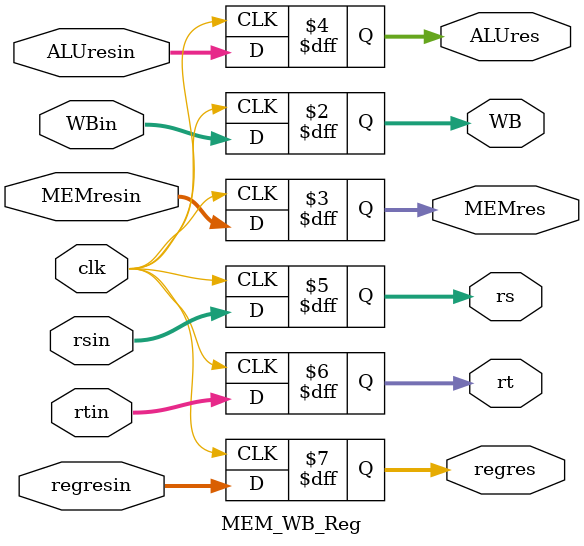
<source format=v>
module MEM_WB_Reg (rsin, rtin, WBin, WB, rs, rt, regresin, regres, ALUresin, ALUres, MEMresin, MEMres, clk);
   input clk;
   input [2:0]  WBin;
   input [31:0] ALUresin, MEMresin;
   input [4:0]  rsin, rtin, regresin;
   output reg [2:0] WB; //contains MEMtoReg, MEMRead and RegWrite
   output reg [31:0] MEMres, ALUres;
   output reg [4:0]  rs, rt, regres;

   always @ (posedge clk) begin
      WB <= WBin;
      rs <= rsin;
      rt <= rtin;
      regres <= regresin;
      ALUres <= ALUresin;
      MEMres <= MEMresin;
   end

endmodule // MEM_WB_Reg

</source>
